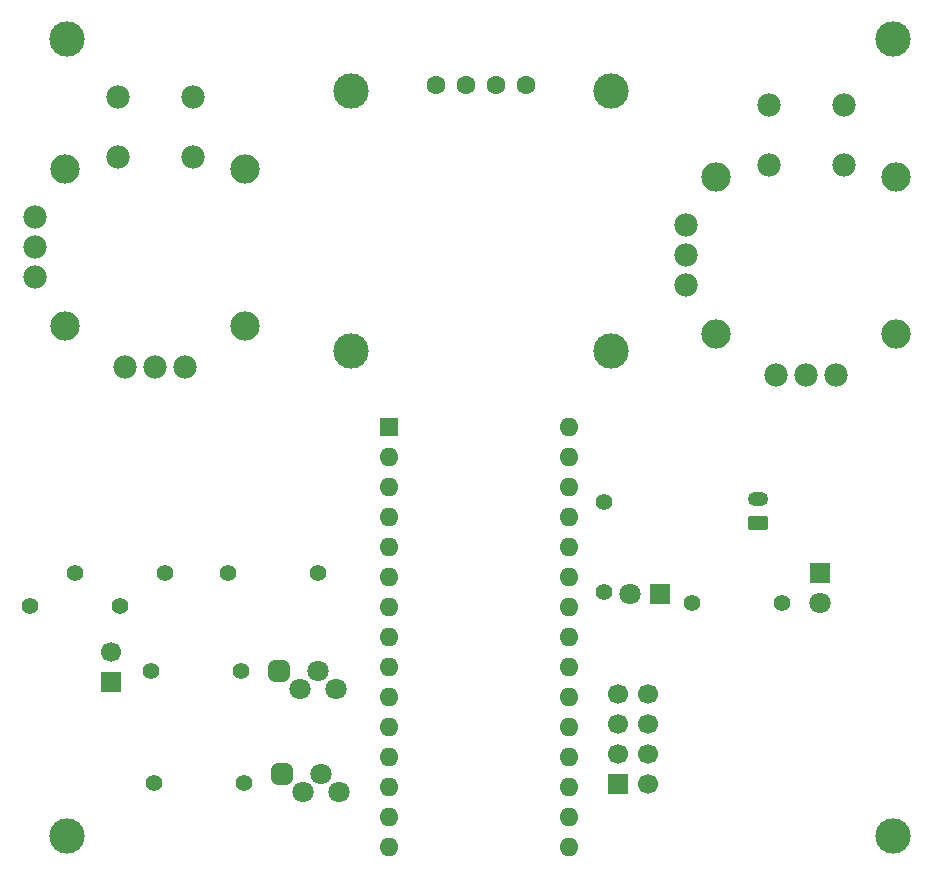
<source format=gbr>
%TF.GenerationSoftware,KiCad,Pcbnew,9.0.2*%
%TF.CreationDate,2025-07-28T12:51:29+08:00*%
%TF.ProjectId,PF-MKIII_Controller ,50462d4d-4b49-4494-995f-436f6e74726f,rev?*%
%TF.SameCoordinates,Original*%
%TF.FileFunction,Soldermask,Bot*%
%TF.FilePolarity,Negative*%
%FSLAX46Y46*%
G04 Gerber Fmt 4.6, Leading zero omitted, Abs format (unit mm)*
G04 Created by KiCad (PCBNEW 9.0.2) date 2025-07-28 12:51:29*
%MOMM*%
%LPD*%
G01*
G04 APERTURE LIST*
G04 Aperture macros list*
%AMRoundRect*
0 Rectangle with rounded corners*
0 $1 Rounding radius*
0 $2 $3 $4 $5 $6 $7 $8 $9 X,Y pos of 4 corners*
0 Add a 4 corners polygon primitive as box body*
4,1,4,$2,$3,$4,$5,$6,$7,$8,$9,$2,$3,0*
0 Add four circle primitives for the rounded corners*
1,1,$1+$1,$2,$3*
1,1,$1+$1,$4,$5*
1,1,$1+$1,$6,$7*
1,1,$1+$1,$8,$9*
0 Add four rect primitives between the rounded corners*
20,1,$1+$1,$2,$3,$4,$5,0*
20,1,$1+$1,$4,$5,$6,$7,0*
20,1,$1+$1,$6,$7,$8,$9,0*
20,1,$1+$1,$8,$9,$2,$3,0*%
G04 Aperture macros list end*
%ADD10C,1.400000*%
%ADD11C,1.800000*%
%ADD12R,1.800000X1.800000*%
%ADD13C,3.000000*%
%ADD14RoundRect,0.450000X-0.450000X-0.450000X0.450000X-0.450000X0.450000X0.450000X-0.450000X0.450000X0*%
%ADD15R,1.700000X1.700000*%
%ADD16C,1.700000*%
%ADD17RoundRect,0.250000X0.625000X-0.350000X0.625000X0.350000X-0.625000X0.350000X-0.625000X-0.350000X0*%
%ADD18O,1.750000X1.200000*%
%ADD19C,1.982000*%
%ADD20C,2.490000*%
%ADD21R,1.600000X1.600000*%
%ADD22O,1.600000X1.600000*%
%ADD23C,1.600000*%
G04 APERTURE END LIST*
D10*
%TO.C,R4*%
X207940000Y-82750000D03*
X215560000Y-82750000D03*
%TD*%
D11*
%TO.C,D1*%
X218750000Y-82750000D03*
D12*
X218750000Y-80210000D03*
%TD*%
D10*
%TO.C,R2*%
X168630000Y-80250000D03*
X176250000Y-80250000D03*
%TD*%
D13*
%TO.C,*%
X155000000Y-35000000D03*
%TD*%
D14*
%TO.C,D2*%
X173000000Y-88500000D03*
D11*
X174778000Y-90024000D03*
X176302000Y-88500000D03*
X177826000Y-90024000D03*
%TD*%
D13*
%TO.C,*%
X225000000Y-102500000D03*
%TD*%
D10*
%TO.C,R6*%
X169750000Y-88500000D03*
X162130000Y-88500000D03*
%TD*%
D15*
%TO.C,J5*%
X158750000Y-89500000D03*
D16*
X158750000Y-86960000D03*
%TD*%
D10*
%TO.C,R5*%
X200500000Y-74190000D03*
X200500000Y-81810000D03*
%TD*%
D12*
%TO.C,D5*%
X205250000Y-82000000D03*
D11*
X202710000Y-82000000D03*
%TD*%
D13*
%TO.C,*%
X155000000Y-102500000D03*
%TD*%
D14*
%TO.C,D3*%
X173210000Y-97226000D03*
D11*
X174988000Y-98750000D03*
X176512000Y-97226000D03*
X178036000Y-98750000D03*
%TD*%
D17*
%TO.C,BT1*%
X213500000Y-76000000D03*
D18*
X213500000Y-74000000D03*
%TD*%
D19*
%TO.C,J1*%
X159325000Y-39967500D03*
X165675000Y-39967500D03*
X159325000Y-45047500D03*
X165675000Y-45047500D03*
X159960000Y-62827500D03*
X162500000Y-62827500D03*
X165040000Y-62827500D03*
D20*
X154880000Y-46000000D03*
X154880000Y-59335000D03*
X170120000Y-59335000D03*
X170120000Y-46000000D03*
D19*
X152340000Y-50127500D03*
X152340000Y-52667500D03*
X152340000Y-55207500D03*
%TD*%
D21*
%TO.C,A2*%
X182260000Y-67840000D03*
D22*
X182260000Y-70380000D03*
X182260000Y-72920000D03*
X182260000Y-75460000D03*
X182260000Y-78000000D03*
X182260000Y-80540000D03*
X182260000Y-83080000D03*
X182260000Y-85620000D03*
X182260000Y-88160000D03*
X182260000Y-90700000D03*
X182260000Y-93240000D03*
X182260000Y-95780000D03*
X182260000Y-98320000D03*
X182260000Y-100860000D03*
X182260000Y-103400000D03*
X197500000Y-103400000D03*
X197500000Y-100860000D03*
X197500000Y-98320000D03*
X197500000Y-95780000D03*
X197500000Y-93240000D03*
X197500000Y-90700000D03*
X197500000Y-88160000D03*
X197500000Y-85620000D03*
X197500000Y-83080000D03*
X197500000Y-80540000D03*
X197500000Y-78000000D03*
X197500000Y-75460000D03*
X197500000Y-72920000D03*
X197500000Y-70380000D03*
X197500000Y-67840000D03*
%TD*%
D13*
%TO.C,*%
X225000000Y-35000000D03*
%TD*%
D19*
%TO.C,J2*%
X214445000Y-40632500D03*
X220795000Y-40632500D03*
X214445000Y-45712500D03*
X220795000Y-45712500D03*
X215080000Y-63492500D03*
X217620000Y-63492500D03*
X220160000Y-63492500D03*
D20*
X210000000Y-46665000D03*
X210000000Y-60000000D03*
X225240000Y-60000000D03*
X225240000Y-46665000D03*
D19*
X207460000Y-50792500D03*
X207460000Y-53332500D03*
X207460000Y-55872500D03*
%TD*%
D13*
%TO.C,J6*%
X179095000Y-39405000D03*
X179095000Y-61405000D03*
X201095000Y-39405000D03*
X201095000Y-61405000D03*
D23*
X186285000Y-38905000D03*
X188825000Y-38905000D03*
X191365000Y-38905000D03*
X193905000Y-38905000D03*
%TD*%
D10*
%TO.C,R7*%
X162380000Y-98000000D03*
X170000000Y-98000000D03*
%TD*%
%TO.C,R1*%
X151940000Y-83000000D03*
X159560000Y-83000000D03*
%TD*%
%TO.C,R3*%
X155690000Y-80250000D03*
X163310000Y-80250000D03*
%TD*%
D15*
%TO.C,U1*%
X201710000Y-98080000D03*
D16*
X204250000Y-98080000D03*
X201710000Y-95540000D03*
X204250000Y-95540000D03*
X201710000Y-93000000D03*
X204250000Y-93000000D03*
X201710000Y-90460000D03*
X204250000Y-90460000D03*
%TD*%
M02*

</source>
